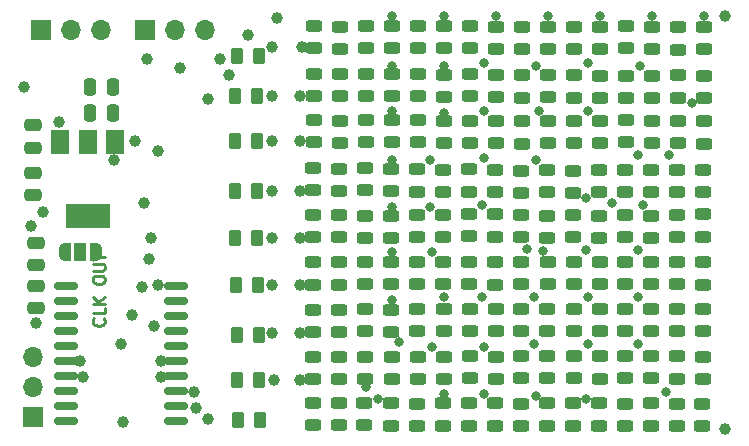
<source format=gbr>
%TF.GenerationSoftware,KiCad,Pcbnew,(6.0.2)*%
%TF.CreationDate,2022-05-19T16:25:25+02:00*%
%TF.ProjectId,AT806_Led-Matrix-Single,41543830-365f-44c6-9564-2d4d61747269,rev?*%
%TF.SameCoordinates,PX64e6140PY76a3180*%
%TF.FileFunction,Soldermask,Top*%
%TF.FilePolarity,Negative*%
%FSLAX46Y46*%
G04 Gerber Fmt 4.6, Leading zero omitted, Abs format (unit mm)*
G04 Created by KiCad (PCBNEW (6.0.2)) date 2022-05-19 16:25:25*
%MOMM*%
%LPD*%
G01*
G04 APERTURE LIST*
G04 Aperture macros list*
%AMRoundRect*
0 Rectangle with rounded corners*
0 $1 Rounding radius*
0 $2 $3 $4 $5 $6 $7 $8 $9 X,Y pos of 4 corners*
0 Add a 4 corners polygon primitive as box body*
4,1,4,$2,$3,$4,$5,$6,$7,$8,$9,$2,$3,0*
0 Add four circle primitives for the rounded corners*
1,1,$1+$1,$2,$3*
1,1,$1+$1,$4,$5*
1,1,$1+$1,$6,$7*
1,1,$1+$1,$8,$9*
0 Add four rect primitives between the rounded corners*
20,1,$1+$1,$2,$3,$4,$5,0*
20,1,$1+$1,$4,$5,$6,$7,0*
20,1,$1+$1,$6,$7,$8,$9,0*
20,1,$1+$1,$8,$9,$2,$3,0*%
%AMFreePoly0*
4,1,22,0.550000,-0.750000,0.000000,-0.750000,0.000000,-0.745033,-0.079941,-0.743568,-0.215256,-0.701293,-0.333266,-0.622738,-0.424486,-0.514219,-0.481581,-0.384460,-0.499164,-0.250000,-0.500000,-0.250000,-0.500000,0.250000,-0.499164,0.250000,-0.499963,0.256109,-0.478152,0.396186,-0.417904,0.524511,-0.324060,0.630769,-0.204165,0.706417,-0.067858,0.745374,0.000000,0.744959,0.000000,0.750000,
0.550000,0.750000,0.550000,-0.750000,0.550000,-0.750000,$1*%
%AMFreePoly1*
4,1,20,0.000000,0.744959,0.073905,0.744508,0.209726,0.703889,0.328688,0.626782,0.421226,0.519385,0.479903,0.390333,0.500000,0.250000,0.500000,-0.250000,0.499851,-0.262216,0.476331,-0.402017,0.414519,-0.529596,0.319384,-0.634700,0.198574,-0.708877,0.061801,-0.746166,0.000000,-0.745033,0.000000,-0.750000,-0.550000,-0.750000,-0.550000,0.750000,0.000000,0.750000,0.000000,0.744959,
0.000000,0.744959,$1*%
G04 Aperture macros list end*
%ADD10C,0.250000*%
%ADD11RoundRect,0.243750X-0.456250X0.243750X-0.456250X-0.243750X0.456250X-0.243750X0.456250X0.243750X0*%
%ADD12RoundRect,0.243750X0.456250X-0.243750X0.456250X0.243750X-0.456250X0.243750X-0.456250X-0.243750X0*%
%ADD13RoundRect,0.250000X0.262500X0.450000X-0.262500X0.450000X-0.262500X-0.450000X0.262500X-0.450000X0*%
%ADD14RoundRect,0.250000X-0.475000X0.250000X-0.475000X-0.250000X0.475000X-0.250000X0.475000X0.250000X0*%
%ADD15FreePoly0,0.000000*%
%ADD16R,1.000000X1.500000*%
%ADD17FreePoly1,0.000000*%
%ADD18RoundRect,0.250000X0.475000X-0.250000X0.475000X0.250000X-0.475000X0.250000X-0.475000X-0.250000X0*%
%ADD19RoundRect,0.250000X-0.250000X-0.475000X0.250000X-0.475000X0.250000X0.475000X-0.250000X0.475000X0*%
%ADD20R,1.700000X1.700000*%
%ADD21O,1.700000X1.700000*%
%ADD22RoundRect,0.250000X-0.262500X-0.450000X0.262500X-0.450000X0.262500X0.450000X-0.262500X0.450000X0*%
%ADD23RoundRect,0.150000X-0.875000X-0.150000X0.875000X-0.150000X0.875000X0.150000X-0.875000X0.150000X0*%
%ADD24C,1.000000*%
%ADD25R,1.500000X2.000000*%
%ADD26R,3.800000X2.000000*%
%ADD27C,0.800000*%
G04 APERTURE END LIST*
D10*
X7557142Y10195239D02*
X7604761Y10147620D01*
X7652380Y10004762D01*
X7652380Y9909524D01*
X7604761Y9766667D01*
X7509523Y9671429D01*
X7414285Y9623810D01*
X7223809Y9576191D01*
X7080952Y9576191D01*
X6890476Y9623810D01*
X6795238Y9671429D01*
X6700000Y9766667D01*
X6652380Y9909524D01*
X6652380Y10004762D01*
X6700000Y10147620D01*
X6747619Y10195239D01*
X7652380Y11100000D02*
X7652380Y10623810D01*
X6652380Y10623810D01*
X7652380Y11433334D02*
X6652380Y11433334D01*
X7652380Y12004762D02*
X7080952Y11576191D01*
X6652380Y12004762D02*
X7223809Y11433334D01*
X6652380Y13385715D02*
X6652380Y13576191D01*
X6700000Y13671429D01*
X6795238Y13766667D01*
X6985714Y13814286D01*
X7319047Y13814286D01*
X7509523Y13766667D01*
X7604761Y13671429D01*
X7652380Y13576191D01*
X7652380Y13385715D01*
X7604761Y13290477D01*
X7509523Y13195239D01*
X7319047Y13147620D01*
X6985714Y13147620D01*
X6795238Y13195239D01*
X6700000Y13290477D01*
X6652380Y13385715D01*
X6652380Y14242858D02*
X7461904Y14242858D01*
X7557142Y14290477D01*
X7604761Y14338096D01*
X7652380Y14433334D01*
X7652380Y14623810D01*
X7604761Y14719048D01*
X7557142Y14766667D01*
X7461904Y14814286D01*
X6652380Y14814286D01*
X6652380Y15147620D02*
X6652380Y15719048D01*
X7652380Y15433334D02*
X6652380Y15433334D01*
D11*
%TO.C,D125*%
X53900000Y14950000D03*
X53900000Y13075000D03*
%TD*%
%TO.C,D45*%
X36300000Y18937500D03*
X36300000Y17062500D03*
%TD*%
%TO.C,D46*%
X36300000Y14987500D03*
X36300000Y13112500D03*
%TD*%
D12*
%TO.C,D7*%
X25300000Y9062500D03*
X25300000Y10937500D03*
%TD*%
D11*
%TO.C,D144*%
X56100000Y2937500D03*
X56100000Y1062500D03*
%TD*%
%TO.C,D105*%
X54000000Y34862500D03*
X54000000Y32987500D03*
%TD*%
%TO.C,D122*%
X54000000Y26937500D03*
X54000000Y25062500D03*
%TD*%
%TO.C,D139*%
X58300000Y22737500D03*
X58300000Y20862500D03*
%TD*%
D13*
%TO.C,R1*%
X20512500Y29000000D03*
X18687500Y29000000D03*
%TD*%
D12*
%TO.C,D115*%
X51700000Y20900000D03*
X51700000Y22775000D03*
%TD*%
%TO.C,D2*%
X25350000Y29062500D03*
X25350000Y30937500D03*
%TD*%
%TO.C,D118*%
X51700000Y9162500D03*
X51700000Y11037500D03*
%TD*%
%TO.C,D100*%
X47300000Y17100000D03*
X47300000Y18975000D03*
%TD*%
%TO.C,D51*%
X38600000Y25062500D03*
X38600000Y26937500D03*
%TD*%
D11*
%TO.C,D78*%
X40750000Y11000000D03*
X40750000Y9125000D03*
%TD*%
%TO.C,D142*%
X58300000Y11000000D03*
X58300000Y9125000D03*
%TD*%
%TO.C,D41*%
X36400000Y34962500D03*
X36400000Y33087500D03*
%TD*%
%TO.C,D30*%
X31900000Y14950000D03*
X31900000Y13075000D03*
%TD*%
D12*
%TO.C,D102*%
X47350000Y9150000D03*
X47350000Y11025000D03*
%TD*%
D11*
%TO.C,D108*%
X49500000Y18900000D03*
X49500000Y17025000D03*
%TD*%
D12*
%TO.C,D68*%
X42900000Y20837500D03*
X42900000Y22712500D03*
%TD*%
%TO.C,D71*%
X38550000Y5125000D03*
X38550000Y7000000D03*
%TD*%
%TO.C,D1*%
X25400000Y33062500D03*
X25400000Y34937500D03*
%TD*%
D11*
%TO.C,D137*%
X58400000Y30700000D03*
X58400000Y28825000D03*
%TD*%
D14*
%TO.C,C2*%
X1600000Y22550000D03*
X1600000Y20650000D03*
%TD*%
D15*
%TO.C,JP1*%
X4300000Y15800000D03*
D16*
X5600000Y15800000D03*
D17*
X6900000Y15800000D03*
%TD*%
D11*
%TO.C,D92*%
X45100000Y18900000D03*
X45100000Y17025000D03*
%TD*%
%TO.C,D123*%
X53900000Y22737500D03*
X53900000Y20862500D03*
%TD*%
%TO.C,D57*%
X40800000Y34900000D03*
X40800000Y33025000D03*
%TD*%
%TO.C,D141*%
X58300000Y14937500D03*
X58300000Y13062500D03*
%TD*%
%TO.C,D143*%
X58350000Y6975000D03*
X58350000Y5100000D03*
%TD*%
D12*
%TO.C,D8*%
X25300000Y5062500D03*
X25300000Y6937500D03*
%TD*%
D11*
%TO.C,D77*%
X40700000Y14937500D03*
X40700000Y13062500D03*
%TD*%
D12*
%TO.C,D135*%
X56100000Y5112500D03*
X56100000Y6987500D03*
%TD*%
D11*
%TO.C,D29*%
X31900000Y18900000D03*
X31900000Y17025000D03*
%TD*%
%TO.C,D16*%
X27500000Y6937500D03*
X27500000Y5062500D03*
%TD*%
D18*
%TO.C,C1*%
X1600000Y24650000D03*
X1600000Y26550000D03*
%TD*%
D12*
%TO.C,D87*%
X42900000Y5125000D03*
X42900000Y7000000D03*
%TD*%
D11*
%TO.C,D128*%
X51700000Y2937500D03*
X51700000Y1062500D03*
%TD*%
D12*
%TO.C,D67*%
X43000000Y25000000D03*
X43000000Y26875000D03*
%TD*%
%TO.C,D72*%
X40700000Y1125000D03*
X40700000Y3000000D03*
%TD*%
D11*
%TO.C,D10*%
X27600000Y30937500D03*
X27600000Y29062500D03*
%TD*%
D12*
%TO.C,D18*%
X29800000Y29062500D03*
X29800000Y30937500D03*
%TD*%
D19*
%TO.C,C6*%
X6450000Y29800000D03*
X8350000Y29800000D03*
%TD*%
D11*
%TO.C,D28*%
X31900000Y22837500D03*
X31900000Y20962500D03*
%TD*%
D20*
%TO.C,J3*%
X1575000Y1875000D03*
D21*
X1575000Y4415000D03*
X1575000Y6955000D03*
%TD*%
D11*
%TO.C,D48*%
X29650000Y3012500D03*
X29650000Y1137500D03*
%TD*%
D12*
%TO.C,D119*%
X51700000Y5150000D03*
X51700000Y7025000D03*
%TD*%
%TO.C,D116*%
X51700000Y17100000D03*
X51700000Y18975000D03*
%TD*%
%TO.C,D103*%
X47350000Y5162500D03*
X47350000Y7037500D03*
%TD*%
D11*
%TO.C,D61*%
X40700000Y19000000D03*
X40700000Y17125000D03*
%TD*%
%TO.C,D60*%
X40700000Y22737500D03*
X40700000Y20862500D03*
%TD*%
D12*
%TO.C,D56*%
X36300000Y1125000D03*
X36300000Y3000000D03*
%TD*%
D20*
%TO.C,J1*%
X2275000Y34625000D03*
D21*
X4815000Y34625000D03*
X7355000Y34625000D03*
%TD*%
D12*
%TO.C,D113*%
X56200000Y32962500D03*
X56200000Y34837500D03*
%TD*%
%TO.C,D136*%
X58200000Y1062500D03*
X58200000Y2937500D03*
%TD*%
D11*
%TO.C,D140*%
X58300000Y19000000D03*
X58300000Y17125000D03*
%TD*%
D12*
%TO.C,D114*%
X51800000Y25100000D03*
X51800000Y26975000D03*
%TD*%
D11*
%TO.C,D79*%
X40750000Y6975000D03*
X40750000Y5100000D03*
%TD*%
D22*
%TO.C,R8*%
X18687500Y21000000D03*
X20512500Y21000000D03*
%TD*%
D12*
%TO.C,D117*%
X51700000Y13100000D03*
X51700000Y14975000D03*
%TD*%
D11*
%TO.C,D15*%
X27500000Y10937500D03*
X27500000Y9062500D03*
%TD*%
D12*
%TO.C,D129*%
X56200000Y28900000D03*
X56200000Y30775000D03*
%TD*%
%TO.C,D4*%
X25300000Y21062500D03*
X25300000Y22937500D03*
%TD*%
D20*
%TO.C,J2*%
X11075000Y34625000D03*
D21*
X13615000Y34625000D03*
X16155000Y34625000D03*
%TD*%
D12*
%TO.C,D17*%
X29800000Y33062500D03*
X29800000Y34937500D03*
%TD*%
D11*
%TO.C,D126*%
X53900000Y11000000D03*
X53900000Y9125000D03*
%TD*%
%TO.C,D31*%
X31900000Y10950000D03*
X31900000Y9075000D03*
%TD*%
D12*
%TO.C,D65*%
X43000000Y32987500D03*
X43000000Y34862500D03*
%TD*%
D13*
%TO.C,R2*%
X20712500Y32400000D03*
X18887500Y32400000D03*
%TD*%
D11*
%TO.C,D121*%
X58400000Y34862500D03*
X58400000Y32987500D03*
%TD*%
%TO.C,D124*%
X53900000Y18900000D03*
X53900000Y17025000D03*
%TD*%
%TO.C,D27*%
X32000000Y27000000D03*
X32000000Y25125000D03*
%TD*%
D12*
%TO.C,D35*%
X34200000Y25100000D03*
X34200000Y26975000D03*
%TD*%
D23*
%TO.C,U1*%
X4350000Y12915000D03*
X4350000Y11645000D03*
X4350000Y10375000D03*
X4350000Y9105000D03*
X4350000Y7835000D03*
X4350000Y6565000D03*
X4350000Y5295000D03*
X4350000Y4025000D03*
X4350000Y2755000D03*
X4350000Y1485000D03*
X13650000Y1485000D03*
X13650000Y2755000D03*
X13650000Y4025000D03*
X13650000Y5295000D03*
X13650000Y6565000D03*
X13650000Y7835000D03*
X13650000Y9105000D03*
X13650000Y10375000D03*
X13650000Y11645000D03*
X13650000Y12915000D03*
%TD*%
D11*
%TO.C,D109*%
X49550000Y14950000D03*
X49550000Y13075000D03*
%TD*%
D24*
%TO.C,FID1*%
X60200000Y800000D03*
%TD*%
D11*
%TO.C,D89*%
X49600000Y34862500D03*
X49600000Y32987500D03*
%TD*%
%TO.C,D32*%
X25250000Y3037500D03*
X25250000Y1162500D03*
%TD*%
%TO.C,D95*%
X45100000Y7000000D03*
X45100000Y5125000D03*
%TD*%
D12*
%TO.C,D134*%
X56100000Y9150000D03*
X56100000Y11025000D03*
%TD*%
%TO.C,D38*%
X34100000Y13100000D03*
X34100000Y14975000D03*
%TD*%
%TO.C,D101*%
X47350000Y13100000D03*
X47350000Y14975000D03*
%TD*%
%TO.C,D50*%
X38600000Y29000000D03*
X38600000Y30875000D03*
%TD*%
D11*
%TO.C,D12*%
X27500000Y22875000D03*
X27500000Y21000000D03*
%TD*%
D12*
%TO.C,D23*%
X29700000Y9100000D03*
X29700000Y10975000D03*
%TD*%
D22*
%TO.C,R9*%
X18887500Y5000000D03*
X20712500Y5000000D03*
%TD*%
D11*
%TO.C,D26*%
X32000000Y30900000D03*
X32000000Y29025000D03*
%TD*%
%TO.C,D9*%
X27600000Y34900000D03*
X27600000Y33025000D03*
%TD*%
%TO.C,D111*%
X49550000Y6987500D03*
X49550000Y5112500D03*
%TD*%
%TO.C,D80*%
X38500000Y3000000D03*
X38500000Y1125000D03*
%TD*%
%TO.C,D138*%
X58400000Y26875000D03*
X58400000Y25000000D03*
%TD*%
%TO.C,D127*%
X53900000Y7000000D03*
X53900000Y5125000D03*
%TD*%
%TO.C,D74*%
X45200000Y30800000D03*
X45200000Y28925000D03*
%TD*%
D12*
%TO.C,D54*%
X34100000Y9100000D03*
X34100000Y10975000D03*
%TD*%
D11*
%TO.C,D43*%
X36400000Y26937500D03*
X36400000Y25062500D03*
%TD*%
D12*
%TO.C,D20*%
X29700000Y21037500D03*
X29700000Y22912500D03*
%TD*%
D24*
%TO.C,REF\u002A\u002A*%
X12200000Y24400000D03*
X12200000Y24400000D03*
%TD*%
D11*
%TO.C,D90*%
X49600000Y30737500D03*
X49600000Y28862500D03*
%TD*%
%TO.C,D14*%
X27500000Y14937500D03*
X27500000Y13062500D03*
%TD*%
%TO.C,D47*%
X31950000Y6950000D03*
X31950000Y5075000D03*
%TD*%
D12*
%TO.C,D19*%
X29800000Y25125000D03*
X29800000Y27000000D03*
%TD*%
%TO.C,D52*%
X38500000Y20937500D03*
X38500000Y22812500D03*
%TD*%
%TO.C,D120*%
X53900000Y1125000D03*
X53900000Y3000000D03*
%TD*%
%TO.C,D104*%
X49500000Y1125000D03*
X49500000Y3000000D03*
%TD*%
D25*
%TO.C,U2*%
X8500000Y25150000D03*
D26*
X6200000Y18850000D03*
D25*
X6200000Y25150000D03*
X3900000Y25150000D03*
%TD*%
D12*
%TO.C,D83*%
X47400000Y25062500D03*
X47400000Y26937500D03*
%TD*%
%TO.C,D98*%
X51800000Y28862500D03*
X51800000Y30737500D03*
%TD*%
%TO.C,D53*%
X38500000Y17162500D03*
X38500000Y19037500D03*
%TD*%
%TO.C,D21*%
X29700000Y17037500D03*
X29700000Y18912500D03*
%TD*%
%TO.C,D40*%
X31900000Y1125000D03*
X31900000Y3000000D03*
%TD*%
%TO.C,D49*%
X38600000Y33062500D03*
X38600000Y34937500D03*
%TD*%
D11*
%TO.C,D63*%
X36350000Y6950000D03*
X36350000Y5075000D03*
%TD*%
D12*
%TO.C,D34*%
X34200000Y29000000D03*
X34200000Y30875000D03*
%TD*%
%TO.C,D24*%
X27500000Y1175000D03*
X27500000Y3050000D03*
%TD*%
D11*
%TO.C,D25*%
X32000000Y34937500D03*
X32000000Y33062500D03*
%TD*%
D13*
%TO.C,R3*%
X20512500Y17000000D03*
X18687500Y17000000D03*
%TD*%
D12*
%TO.C,D86*%
X42900000Y9150000D03*
X42900000Y11025000D03*
%TD*%
D24*
%TO.C,REF\u002A\u002A*%
X22200000Y35600000D03*
X22200000Y35600000D03*
%TD*%
D11*
%TO.C,D96*%
X42900000Y2937500D03*
X42900000Y1062500D03*
%TD*%
D12*
%TO.C,D36*%
X34100000Y20937500D03*
X34100000Y22812500D03*
%TD*%
D22*
%TO.C,R7*%
X18775000Y13000000D03*
X20600000Y13000000D03*
%TD*%
D12*
%TO.C,D66*%
X43000000Y28900000D03*
X43000000Y30775000D03*
%TD*%
D14*
%TO.C,C3*%
X1800000Y12950000D03*
X1800000Y11050000D03*
%TD*%
D11*
%TO.C,D42*%
X36400000Y30837500D03*
X36400000Y28962500D03*
%TD*%
%TO.C,D62*%
X36350000Y11000000D03*
X36350000Y9125000D03*
%TD*%
D13*
%TO.C,R6*%
X20712500Y8800000D03*
X18887500Y8800000D03*
%TD*%
D12*
%TO.C,D6*%
X25300000Y13062500D03*
X25300000Y14937500D03*
%TD*%
D11*
%TO.C,D73*%
X45200000Y34862500D03*
X45200000Y32987500D03*
%TD*%
D12*
%TO.C,D33*%
X34200000Y33125000D03*
X34200000Y35000000D03*
%TD*%
D11*
%TO.C,D59*%
X40800000Y26900000D03*
X40800000Y25025000D03*
%TD*%
D12*
%TO.C,D81*%
X47400000Y32987500D03*
X47400000Y34862500D03*
%TD*%
%TO.C,D131*%
X56100000Y20900000D03*
X56100000Y22775000D03*
%TD*%
D11*
%TO.C,D110*%
X49550000Y11000000D03*
X49550000Y9125000D03*
%TD*%
%TO.C,D94*%
X45100000Y11000000D03*
X45100000Y9125000D03*
%TD*%
D12*
%TO.C,D84*%
X42900000Y17100000D03*
X42900000Y18975000D03*
%TD*%
%TO.C,D130*%
X56200000Y25062500D03*
X56200000Y26937500D03*
%TD*%
D11*
%TO.C,D11*%
X27600000Y26937500D03*
X27600000Y25062500D03*
%TD*%
D12*
%TO.C,D55*%
X34150000Y5100000D03*
X34150000Y6975000D03*
%TD*%
D11*
%TO.C,D91*%
X49600000Y26900000D03*
X49600000Y25025000D03*
%TD*%
D12*
%TO.C,D82*%
X47400000Y28900000D03*
X47400000Y30775000D03*
%TD*%
D11*
%TO.C,D106*%
X54000000Y30737500D03*
X54000000Y28862500D03*
%TD*%
D13*
%TO.C,R5*%
X20800000Y1600000D03*
X18975000Y1600000D03*
%TD*%
D12*
%TO.C,D97*%
X51800000Y33062500D03*
X51800000Y34937500D03*
%TD*%
D11*
%TO.C,D93*%
X45150000Y14975000D03*
X45150000Y13100000D03*
%TD*%
D19*
%TO.C,C5*%
X6450000Y27600000D03*
X8350000Y27600000D03*
%TD*%
D12*
%TO.C,D99*%
X47300000Y20837500D03*
X47300000Y22712500D03*
%TD*%
D11*
%TO.C,D64*%
X34100000Y2937500D03*
X34100000Y1062500D03*
%TD*%
%TO.C,D13*%
X27500000Y18937500D03*
X27500000Y17062500D03*
%TD*%
D12*
%TO.C,D85*%
X42900000Y13100000D03*
X42900000Y14975000D03*
%TD*%
%TO.C,D88*%
X45100000Y1125000D03*
X45100000Y3000000D03*
%TD*%
%TO.C,D39*%
X29700000Y5100000D03*
X29700000Y6975000D03*
%TD*%
%TO.C,D133*%
X56100000Y13100000D03*
X56100000Y14975000D03*
%TD*%
D11*
%TO.C,D112*%
X47300000Y3000000D03*
X47300000Y1125000D03*
%TD*%
D24*
%TO.C,REF\u002A\u002A*%
X60200000Y35800000D03*
%TD*%
D12*
%TO.C,D70*%
X38550000Y9150000D03*
X38550000Y11025000D03*
%TD*%
D18*
%TO.C,C4*%
X1800000Y14700000D03*
X1800000Y16600000D03*
%TD*%
D12*
%TO.C,D132*%
X56100000Y17100000D03*
X56100000Y18975000D03*
%TD*%
D11*
%TO.C,D107*%
X49500000Y22737500D03*
X49500000Y20862500D03*
%TD*%
%TO.C,D44*%
X36300000Y22737500D03*
X36300000Y20862500D03*
%TD*%
%TO.C,D58*%
X40800000Y30800000D03*
X40800000Y28925000D03*
%TD*%
D13*
%TO.C,R4*%
X20512500Y25200000D03*
X18687500Y25200000D03*
%TD*%
D12*
%TO.C,D5*%
X25300000Y17062500D03*
X25300000Y18937500D03*
%TD*%
D11*
%TO.C,D76*%
X45100000Y22737500D03*
X45100000Y20862500D03*
%TD*%
%TO.C,D75*%
X45200000Y26900000D03*
X45200000Y25025000D03*
%TD*%
D12*
%TO.C,D22*%
X29700000Y13100000D03*
X29700000Y14975000D03*
%TD*%
%TO.C,D3*%
X25400000Y25162500D03*
X25400000Y27037500D03*
%TD*%
%TO.C,D37*%
X34100000Y17100000D03*
X34100000Y18975000D03*
%TD*%
%TO.C,D69*%
X38500000Y13112500D03*
X38500000Y14987500D03*
%TD*%
D24*
X800000Y29800000D03*
X3800000Y26800000D03*
X1800000Y9800000D03*
X8400000Y23600000D03*
X2400000Y19200000D03*
X10200000Y25200000D03*
X12200000Y13000000D03*
X1399500Y18000000D03*
X21800000Y33200000D03*
X24400000Y33200000D03*
D27*
X57400000Y28400000D03*
D24*
X24200000Y29000000D03*
D27*
X52800000Y16000000D03*
D24*
X21800000Y29000000D03*
D27*
X53188876Y19762633D03*
X58400000Y35800000D03*
X52800000Y12000000D03*
X52800000Y8000000D03*
X55397961Y23995144D03*
X55200000Y4000000D03*
D24*
X24200000Y25200000D03*
D27*
X52800000Y24000000D03*
X53000000Y31600000D03*
X54000000Y35800000D03*
X48400000Y16000000D03*
X50600255Y19999755D03*
D24*
X21800000Y25200000D03*
D27*
X48400000Y3400000D03*
X48600000Y8000000D03*
X48600000Y12000000D03*
X44800000Y15888000D03*
X48400000Y20400000D03*
X48600000Y31800000D03*
X49600000Y35800000D03*
X44000000Y12000000D03*
D24*
X21800000Y21000000D03*
D27*
X48600000Y27800000D03*
X44200000Y3600000D03*
D24*
X24200000Y21000000D03*
D27*
X44000000Y8000000D03*
X44200000Y31600000D03*
D24*
X21800000Y17000000D03*
D27*
X44400000Y27800000D03*
X39800000Y7800000D03*
X45200000Y35800000D03*
X44200000Y23600000D03*
D24*
X24200000Y17000000D03*
D27*
X39600000Y12000000D03*
X43406194Y16110603D03*
X39800000Y3800000D03*
X36400000Y12000000D03*
X40800000Y35800000D03*
X39800000Y31800000D03*
X39800000Y23800000D03*
D24*
X24200000Y13000000D03*
D27*
X35400000Y7800000D03*
X36400000Y3800000D03*
X39800000Y27800000D03*
X39600000Y19800000D03*
D24*
X21800000Y13000000D03*
D27*
X35400000Y15800000D03*
X36400000Y31600000D03*
X32600000Y8200000D03*
D24*
X21800000Y9000000D03*
D27*
X35200000Y23600000D03*
X30800000Y3400000D03*
D24*
X24200000Y9000000D03*
D27*
X35200000Y19600000D03*
X36400000Y35800000D03*
X36400000Y27600000D03*
X32000000Y11800000D03*
X32000000Y35800000D03*
D24*
X24200000Y5000000D03*
D27*
X32000000Y19600000D03*
X29800000Y4400000D03*
X32000000Y31600000D03*
X32000000Y27800000D03*
X32000000Y23600000D03*
X32000000Y15800000D03*
D24*
X22000000Y5000000D03*
X15400000Y2600000D03*
X16400000Y28800000D03*
X17400000Y32200000D03*
X15200000Y4000000D03*
X10799500Y12868490D03*
X11400000Y15200000D03*
X9000000Y8000000D03*
X11000000Y20000000D03*
X9999500Y10468490D03*
X11600000Y17000000D03*
X5600000Y6600000D03*
X5800000Y5200000D03*
X9200000Y1400000D03*
X19800000Y34200000D03*
X16400000Y1699000D03*
X14000000Y31400000D03*
X18200000Y30800000D03*
X11200000Y32200000D03*
X12400000Y5200000D03*
X12400000Y6600000D03*
X11800000Y9600000D03*
M02*

</source>
